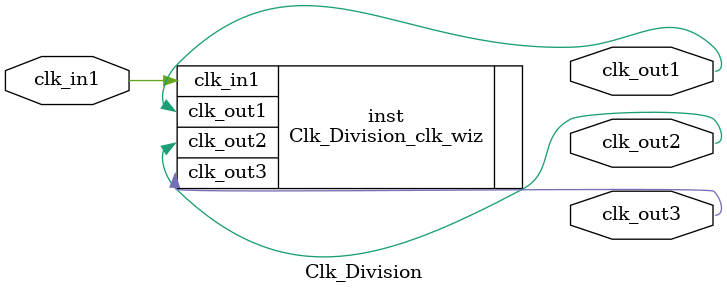
<source format=v>


`timescale 1ps/1ps

(* CORE_GENERATION_INFO = "Clk_Division,clk_wiz_v6_0_2_0_0,{component_name=Clk_Division,use_phase_alignment=true,use_min_o_jitter=false,use_max_i_jitter=false,use_dyn_phase_shift=false,use_inclk_switchover=false,use_dyn_reconfig=false,enable_axi=0,feedback_source=FDBK_AUTO,PRIMITIVE=MMCM,num_out_clk=3,clkin1_period=10.000,clkin2_period=10.000,use_power_down=false,use_reset=false,use_locked=false,use_inclk_stopped=false,feedback_type=SINGLE,CLOCK_MGR_TYPE=NA,manual_override=false}" *)

module Clk_Division 
 (
  // Clock out ports
  output        clk_out1,
  output        clk_out2,
  output        clk_out3,
 // Clock in ports
  input         clk_in1
 );

  Clk_Division_clk_wiz inst
  (
  // Clock out ports  
  .clk_out1(clk_out1),
  .clk_out2(clk_out2),
  .clk_out3(clk_out3),
 // Clock in ports
  .clk_in1(clk_in1)
  );

endmodule

</source>
